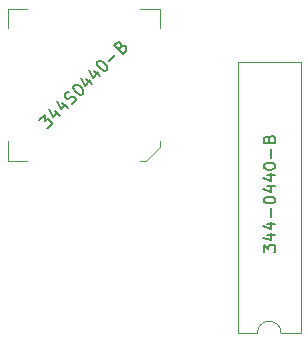
<source format=gbr>
%TF.GenerationSoftware,KiCad,Pcbnew,(5.1.6)-1*%
%TF.CreationDate,2021-02-27T12:52:12+00:00*%
%TF.ProjectId,EgretCudaAdapter,45677265-7443-4756-9461-416461707465,rev?*%
%TF.SameCoordinates,Original*%
%TF.FileFunction,Legend,Top*%
%TF.FilePolarity,Positive*%
%FSLAX46Y46*%
G04 Gerber Fmt 4.6, Leading zero omitted, Abs format (unit mm)*
G04 Created by KiCad (PCBNEW (5.1.6)-1) date 2021-02-27 12:52:12*
%MOMM*%
%LPD*%
G01*
G04 APERTURE LIST*
%ADD10C,0.120000*%
%ADD11C,0.100000*%
%ADD12C,0.150000*%
G04 APERTURE END LIST*
D10*
%TO.C,344-0440-B*%
X140040000Y-89030000D02*
X141690000Y-89030000D01*
X140040000Y-66050000D02*
X140040000Y-89030000D01*
X145340000Y-66050000D02*
X140040000Y-66050000D01*
X145340000Y-89030000D02*
X145340000Y-66050000D01*
X143690000Y-89030000D02*
X145340000Y-89030000D01*
X141690000Y-89030000D02*
G75*
G02*
X143690000Y-89030000I1000000J0D01*
G01*
D11*
%TO.C,344S0440-B*%
X120565000Y-61565000D02*
X120565000Y-63215000D01*
X122215000Y-61565000D02*
X120565000Y-61565000D01*
X133435000Y-61565000D02*
X133435000Y-63215000D01*
X131785000Y-61565000D02*
X133435000Y-61565000D01*
X120565000Y-74435000D02*
X120565000Y-72785000D01*
X122215000Y-74435000D02*
X120565000Y-74435000D01*
X133435000Y-73285000D02*
X133435000Y-72785000D01*
X132285000Y-74435000D02*
X133435000Y-73285000D01*
X131785000Y-74435000D02*
X132285000Y-74435000D01*
%TO.C,344-0440-B*%
D12*
X142202380Y-82178571D02*
X142202380Y-81559523D01*
X142583333Y-81892857D01*
X142583333Y-81750000D01*
X142630952Y-81654761D01*
X142678571Y-81607142D01*
X142773809Y-81559523D01*
X143011904Y-81559523D01*
X143107142Y-81607142D01*
X143154761Y-81654761D01*
X143202380Y-81750000D01*
X143202380Y-82035714D01*
X143154761Y-82130952D01*
X143107142Y-82178571D01*
X142535714Y-80702380D02*
X143202380Y-80702380D01*
X142154761Y-80940476D02*
X142869047Y-81178571D01*
X142869047Y-80559523D01*
X142535714Y-79750000D02*
X143202380Y-79750000D01*
X142154761Y-79988095D02*
X142869047Y-80226190D01*
X142869047Y-79607142D01*
X142821428Y-79226190D02*
X142821428Y-78464285D01*
X142202380Y-77797619D02*
X142202380Y-77702380D01*
X142250000Y-77607142D01*
X142297619Y-77559523D01*
X142392857Y-77511904D01*
X142583333Y-77464285D01*
X142821428Y-77464285D01*
X143011904Y-77511904D01*
X143107142Y-77559523D01*
X143154761Y-77607142D01*
X143202380Y-77702380D01*
X143202380Y-77797619D01*
X143154761Y-77892857D01*
X143107142Y-77940476D01*
X143011904Y-77988095D01*
X142821428Y-78035714D01*
X142583333Y-78035714D01*
X142392857Y-77988095D01*
X142297619Y-77940476D01*
X142250000Y-77892857D01*
X142202380Y-77797619D01*
X142535714Y-76607142D02*
X143202380Y-76607142D01*
X142154761Y-76845238D02*
X142869047Y-77083333D01*
X142869047Y-76464285D01*
X142535714Y-75654761D02*
X143202380Y-75654761D01*
X142154761Y-75892857D02*
X142869047Y-76130952D01*
X142869047Y-75511904D01*
X142202380Y-74940476D02*
X142202380Y-74845238D01*
X142250000Y-74750000D01*
X142297619Y-74702380D01*
X142392857Y-74654761D01*
X142583333Y-74607142D01*
X142821428Y-74607142D01*
X143011904Y-74654761D01*
X143107142Y-74702380D01*
X143154761Y-74750000D01*
X143202380Y-74845238D01*
X143202380Y-74940476D01*
X143154761Y-75035714D01*
X143107142Y-75083333D01*
X143011904Y-75130952D01*
X142821428Y-75178571D01*
X142583333Y-75178571D01*
X142392857Y-75130952D01*
X142297619Y-75083333D01*
X142250000Y-75035714D01*
X142202380Y-74940476D01*
X142821428Y-74178571D02*
X142821428Y-73416666D01*
X142678571Y-72607142D02*
X142726190Y-72464285D01*
X142773809Y-72416666D01*
X142869047Y-72369047D01*
X143011904Y-72369047D01*
X143107142Y-72416666D01*
X143154761Y-72464285D01*
X143202380Y-72559523D01*
X143202380Y-72940476D01*
X142202380Y-72940476D01*
X142202380Y-72607142D01*
X142250000Y-72511904D01*
X142297619Y-72464285D01*
X142392857Y-72416666D01*
X142488095Y-72416666D01*
X142583333Y-72464285D01*
X142630952Y-72511904D01*
X142678571Y-72607142D01*
X142678571Y-72940476D01*
%TO.C,344S0440-B*%
X123228763Y-70996785D02*
X123666496Y-70559053D01*
X123700168Y-71064129D01*
X123801183Y-70963114D01*
X123902198Y-70929442D01*
X123969542Y-70929442D01*
X124070557Y-70963114D01*
X124238916Y-71131472D01*
X124272588Y-71232488D01*
X124272588Y-71299831D01*
X124238916Y-71400846D01*
X124036885Y-71602877D01*
X123935870Y-71636549D01*
X123868527Y-71636549D01*
X124508290Y-70188663D02*
X124979694Y-70660068D01*
X124070557Y-70087648D02*
X124407275Y-70761083D01*
X124845007Y-70323350D01*
X125181725Y-69515228D02*
X125653129Y-69986633D01*
X124743992Y-69414213D02*
X125080710Y-70087648D01*
X125518442Y-69649915D01*
X125956175Y-69616244D02*
X126090862Y-69548900D01*
X126259221Y-69380541D01*
X126292893Y-69279526D01*
X126292893Y-69212183D01*
X126259221Y-69111167D01*
X126191877Y-69043824D01*
X126090862Y-69010152D01*
X126023519Y-69010152D01*
X125922503Y-69043824D01*
X125754145Y-69144839D01*
X125653129Y-69178511D01*
X125585786Y-69178511D01*
X125484771Y-69144839D01*
X125417427Y-69077496D01*
X125383755Y-68976480D01*
X125383755Y-68909137D01*
X125417427Y-68808122D01*
X125585786Y-68639763D01*
X125720473Y-68572419D01*
X126124534Y-68101015D02*
X126191877Y-68033671D01*
X126292893Y-68000000D01*
X126360236Y-68000000D01*
X126461251Y-68033671D01*
X126629610Y-68134687D01*
X126797969Y-68303045D01*
X126898984Y-68471404D01*
X126932656Y-68572419D01*
X126932656Y-68639763D01*
X126898984Y-68740778D01*
X126831641Y-68808122D01*
X126730625Y-68841793D01*
X126663282Y-68841793D01*
X126562267Y-68808122D01*
X126393908Y-68707106D01*
X126225549Y-68538748D01*
X126124534Y-68370389D01*
X126090862Y-68269374D01*
X126090862Y-68202030D01*
X126124534Y-68101015D01*
X127202030Y-67494923D02*
X127673435Y-67966328D01*
X126764297Y-67393908D02*
X127101015Y-68067343D01*
X127538748Y-67629610D01*
X127875465Y-66821488D02*
X128346870Y-67292893D01*
X127437732Y-66720473D02*
X127774450Y-67393908D01*
X128212183Y-66956175D01*
X128144839Y-66080710D02*
X128212183Y-66013366D01*
X128313198Y-65979694D01*
X128380541Y-65979694D01*
X128481557Y-66013366D01*
X128649915Y-66114381D01*
X128818274Y-66282740D01*
X128919289Y-66451099D01*
X128952961Y-66552114D01*
X128952961Y-66619458D01*
X128919289Y-66720473D01*
X128851946Y-66787816D01*
X128750931Y-66821488D01*
X128683587Y-66821488D01*
X128582572Y-66787816D01*
X128414213Y-66686801D01*
X128245854Y-66518442D01*
X128144839Y-66350084D01*
X128111167Y-66249068D01*
X128111167Y-66181725D01*
X128144839Y-66080710D01*
X129121320Y-65979694D02*
X129660068Y-65440946D01*
X130131472Y-64767511D02*
X130266159Y-64700168D01*
X130333503Y-64700168D01*
X130434518Y-64733840D01*
X130535533Y-64834855D01*
X130569205Y-64935870D01*
X130569205Y-65003214D01*
X130535533Y-65104229D01*
X130266159Y-65373603D01*
X129559053Y-64666496D01*
X129794755Y-64430794D01*
X129895770Y-64397122D01*
X129963114Y-64397122D01*
X130064129Y-64430794D01*
X130131472Y-64498137D01*
X130165144Y-64599153D01*
X130165144Y-64666496D01*
X130131472Y-64767511D01*
X129895770Y-65003214D01*
%TD*%
M02*

</source>
